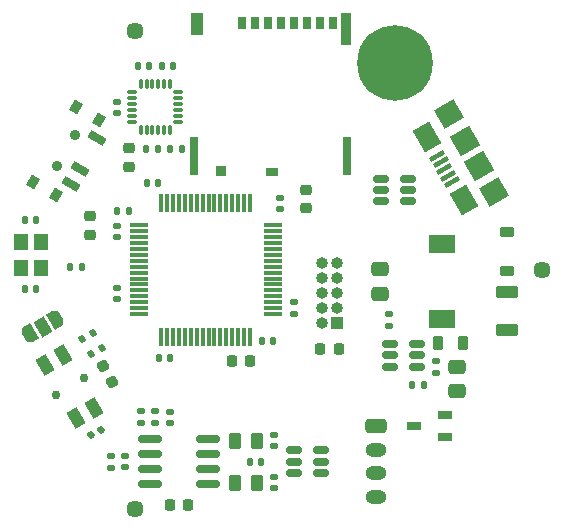
<source format=gbr>
%TF.GenerationSoftware,KiCad,Pcbnew,7.0.5*%
%TF.CreationDate,2023-08-12T02:06:38+02:00*%
%TF.ProjectId,STM32F4_HexGauge_V3,53544d33-3246-4345-9f48-657847617567,rev?*%
%TF.SameCoordinates,Original*%
%TF.FileFunction,Soldermask,Top*%
%TF.FilePolarity,Negative*%
%FSLAX46Y46*%
G04 Gerber Fmt 4.6, Leading zero omitted, Abs format (unit mm)*
G04 Created by KiCad (PCBNEW 7.0.5) date 2023-08-12 02:06:38*
%MOMM*%
%LPD*%
G01*
G04 APERTURE LIST*
G04 Aperture macros list*
%AMRoundRect*
0 Rectangle with rounded corners*
0 $1 Rounding radius*
0 $2 $3 $4 $5 $6 $7 $8 $9 X,Y pos of 4 corners*
0 Add a 4 corners polygon primitive as box body*
4,1,4,$2,$3,$4,$5,$6,$7,$8,$9,$2,$3,0*
0 Add four circle primitives for the rounded corners*
1,1,$1+$1,$2,$3*
1,1,$1+$1,$4,$5*
1,1,$1+$1,$6,$7*
1,1,$1+$1,$8,$9*
0 Add four rect primitives between the rounded corners*
20,1,$1+$1,$2,$3,$4,$5,0*
20,1,$1+$1,$4,$5,$6,$7,0*
20,1,$1+$1,$6,$7,$8,$9,0*
20,1,$1+$1,$8,$9,$2,$3,0*%
%AMRotRect*
0 Rectangle, with rotation*
0 The origin of the aperture is its center*
0 $1 length*
0 $2 width*
0 $3 Rotation angle, in degrees counterclockwise*
0 Add horizontal line*
21,1,$1,$2,0,0,$3*%
%AMFreePoly0*
4,1,19,0.550000,-0.750000,0.000000,-0.750000,-0.000001,-0.744911,-0.071157,-0.744911,-0.207708,-0.704817,-0.327430,-0.627875,-0.420627,-0.520320,-0.479746,-0.390866,-0.500000,-0.250000,-0.500000,0.250000,-0.479746,0.390866,-0.420627,0.520320,-0.327430,0.627875,-0.207707,0.704816,-0.071157,0.744911,0.000001,0.744911,0.000000,0.750000,0.550000,0.750000,0.550000,-0.750000,0.550000,-0.750000,
$1*%
%AMFreePoly1*
4,1,19,0.000001,0.744911,0.071157,0.744911,0.207708,0.704817,0.327430,0.627875,0.420627,0.520320,0.479746,0.390866,0.500000,0.250000,0.500000,-0.250000,0.479746,-0.390866,0.420627,-0.520320,0.327430,-0.627875,0.207707,-0.704816,0.071157,-0.744911,-0.000001,-0.744911,0.000000,-0.750000,-0.550000,-0.750000,-0.550000,0.750000,0.000000,0.750000,0.000001,0.744911,0.000001,0.744911,
$1*%
G04 Aperture macros list end*
%ADD10RotRect,0.400000X1.350000X120.000000*%
%ADD11RotRect,1.600000X2.100000X210.000000*%
%ADD12RotRect,1.800000X1.900000X120.000000*%
%ADD13RotRect,1.900000X1.900000X120.000000*%
%ADD14RoundRect,0.140000X0.140000X0.170000X-0.140000X0.170000X-0.140000X-0.170000X0.140000X-0.170000X0*%
%ADD15RoundRect,0.250000X-0.475000X0.337500X-0.475000X-0.337500X0.475000X-0.337500X0.475000X0.337500X0*%
%ADD16C,1.448000*%
%ADD17RoundRect,0.140000X-0.170000X0.140000X-0.170000X-0.140000X0.170000X-0.140000X0.170000X0.140000X0*%
%ADD18RoundRect,0.135000X-0.185000X0.135000X-0.185000X-0.135000X0.185000X-0.135000X0.185000X0.135000X0*%
%ADD19C,0.800000*%
%ADD20C,6.400000*%
%ADD21RoundRect,0.135000X0.024413X0.227715X-0.209413X0.092715X-0.024413X-0.227715X0.209413X-0.092715X0*%
%ADD22FreePoly0,30.000000*%
%ADD23RotRect,1.000000X1.500000X30.000000*%
%ADD24FreePoly1,30.000000*%
%ADD25RoundRect,0.135000X-0.135000X-0.185000X0.135000X-0.185000X0.135000X0.185000X-0.135000X0.185000X0*%
%ADD26RoundRect,0.250000X-0.650000X0.350000X-0.650000X-0.350000X0.650000X-0.350000X0.650000X0.350000X0*%
%ADD27O,1.800000X1.200000*%
%ADD28RoundRect,0.135000X0.185000X-0.135000X0.185000X0.135000X-0.185000X0.135000X-0.185000X-0.135000X0*%
%ADD29R,1.200000X1.400000*%
%ADD30RoundRect,0.218750X0.218750X0.256250X-0.218750X0.256250X-0.218750X-0.256250X0.218750X-0.256250X0*%
%ADD31RoundRect,0.250000X0.262500X0.450000X-0.262500X0.450000X-0.262500X-0.450000X0.262500X-0.450000X0*%
%ADD32RoundRect,0.225000X0.375000X-0.225000X0.375000X0.225000X-0.375000X0.225000X-0.375000X-0.225000X0*%
%ADD33RoundRect,0.250000X0.700000X-0.275000X0.700000X0.275000X-0.700000X0.275000X-0.700000X-0.275000X0*%
%ADD34RoundRect,0.225000X-0.250000X0.225000X-0.250000X-0.225000X0.250000X-0.225000X0.250000X0.225000X0*%
%ADD35R,1.000000X1.000000*%
%ADD36O,1.000000X1.000000*%
%ADD37RoundRect,0.150000X-0.512500X-0.150000X0.512500X-0.150000X0.512500X0.150000X-0.512500X0.150000X0*%
%ADD38RoundRect,0.140000X-0.140000X-0.170000X0.140000X-0.170000X0.140000X0.170000X-0.140000X0.170000X0*%
%ADD39RoundRect,0.150000X-0.825000X-0.150000X0.825000X-0.150000X0.825000X0.150000X-0.825000X0.150000X0*%
%ADD40RoundRect,0.135000X0.135000X0.185000X-0.135000X0.185000X-0.135000X-0.185000X0.135000X-0.185000X0*%
%ADD41RoundRect,0.140000X0.170000X-0.140000X0.170000X0.140000X-0.170000X0.140000X-0.170000X-0.140000X0*%
%ADD42C,0.750000*%
%ADD43RotRect,1.550000X1.000000X300.000000*%
%ADD44RoundRect,0.225000X-0.329006X0.069856X-0.104006X-0.319856X0.329006X-0.069856X0.104006X0.319856X0*%
%ADD45RotRect,1.000000X0.800000X240.000000*%
%ADD46C,0.900000*%
%ADD47RotRect,0.700000X1.500000X240.000000*%
%ADD48RoundRect,0.140000X0.036244X0.217224X-0.206244X0.077224X-0.036244X-0.217224X0.206244X-0.077224X0*%
%ADD49RoundRect,0.075000X0.350000X0.075000X-0.350000X0.075000X-0.350000X-0.075000X0.350000X-0.075000X0*%
%ADD50RoundRect,0.075000X-0.075000X0.350000X-0.075000X-0.350000X0.075000X-0.350000X0.075000X0.350000X0*%
%ADD51RoundRect,0.075000X-0.700000X-0.075000X0.700000X-0.075000X0.700000X0.075000X-0.700000X0.075000X0*%
%ADD52RoundRect,0.075000X-0.075000X-0.700000X0.075000X-0.700000X0.075000X0.700000X-0.075000X0.700000X0*%
%ADD53R,0.700000X1.100000*%
%ADD54R,0.900000X0.930000*%
%ADD55R,1.050000X0.780000*%
%ADD56R,0.700000X3.330000*%
%ADD57R,0.860000X2.800000*%
%ADD58R,1.140000X1.830000*%
%ADD59RoundRect,0.225000X-0.225000X-0.250000X0.225000X-0.250000X0.225000X0.250000X-0.225000X0.250000X0*%
%ADD60R,2.200000X1.500000*%
%ADD61R,1.220000X0.650000*%
%ADD62RoundRect,0.225000X0.250000X-0.225000X0.250000X0.225000X-0.250000X0.225000X-0.250000X-0.225000X0*%
%ADD63RoundRect,0.218750X0.218750X0.381250X-0.218750X0.381250X-0.218750X-0.381250X0.218750X-0.381250X0*%
%ADD64RoundRect,0.250000X-0.262500X-0.450000X0.262500X-0.450000X0.262500X0.450000X-0.262500X0.450000X0*%
G04 APERTURE END LIST*
D10*
%TO.C,J1*%
X137295000Y-76432916D03*
X136970000Y-75870000D03*
X136645000Y-75307083D03*
X136320000Y-74744166D03*
X135995000Y-74181250D03*
D11*
X138303253Y-77929262D03*
X135203253Y-72559904D03*
D12*
X140861618Y-77260480D03*
X137061618Y-70678686D03*
D13*
X139561618Y-75008813D03*
X138361618Y-72930353D03*
%TD*%
D14*
%TO.C,C19*%
X113650000Y-66570000D03*
X112690000Y-66570000D03*
%TD*%
D15*
%TO.C,C15*%
X131170000Y-83798500D03*
X131170000Y-85873500D03*
%TD*%
D16*
%TO.C,H3*%
X110420000Y-63630000D03*
%TD*%
D17*
%TO.C,C21*%
X122189000Y-97818000D03*
X122189000Y-98778000D03*
%TD*%
D18*
%TO.C,R14*%
X108400000Y-99590000D03*
X108400000Y-100610000D03*
%TD*%
D19*
%TO.C,H2*%
X130020000Y-66320000D03*
X130722944Y-64622944D03*
X130722944Y-68017056D03*
X132420000Y-63920000D03*
D20*
X132420000Y-66320000D03*
D19*
X132420000Y-68720000D03*
X134117056Y-64622944D03*
X134117056Y-68017056D03*
X134820000Y-66320000D03*
%TD*%
D21*
%TO.C,R1*%
X106867673Y-89153000D03*
X105984327Y-89663000D03*
%TD*%
D22*
%TO.C,JP1*%
X101490167Y-89296000D03*
D23*
X102616000Y-88646000D03*
D24*
X103741833Y-87996000D03*
%TD*%
D25*
%TO.C,R4*%
X104900000Y-83570000D03*
X105920000Y-83570000D03*
%TD*%
D26*
%TO.C,J4*%
X130881000Y-97076000D03*
D27*
X130881000Y-99076000D03*
X130881000Y-101076000D03*
X130881000Y-103076000D03*
%TD*%
D18*
%TO.C,R16*%
X112170000Y-95810000D03*
X112170000Y-96830000D03*
%TD*%
D28*
%TO.C,R5*%
X123920000Y-87580000D03*
X123920000Y-86560000D03*
%TD*%
D16*
%TO.C,H5*%
X110420000Y-104070000D03*
%TD*%
D21*
%TO.C,R3*%
X107629673Y-90423000D03*
X106746327Y-90933000D03*
%TD*%
D29*
%TO.C,Y1*%
X102450000Y-83650000D03*
X102450000Y-81450000D03*
X100750000Y-81450000D03*
X100750000Y-83650000D03*
%TD*%
D30*
%TO.C,D1*%
X127707500Y-90570000D03*
X126132500Y-90570000D03*
%TD*%
D31*
%TO.C,R13*%
X120753500Y-98298000D03*
X118928500Y-98298000D03*
%TD*%
D32*
%TO.C,D2*%
X141920000Y-83970000D03*
X141920000Y-80670000D03*
%TD*%
D33*
%TO.C,F1*%
X141920000Y-88895000D03*
X141920000Y-85745000D03*
%TD*%
D34*
%TO.C,C1*%
X106670000Y-79295000D03*
X106670000Y-80845000D03*
%TD*%
D35*
%TO.C,J5*%
X127545000Y-88370000D03*
D36*
X126275000Y-88370000D03*
X127545000Y-87100000D03*
X126275000Y-87100000D03*
X127545000Y-85830000D03*
X126275000Y-85830000D03*
X127545000Y-84560000D03*
X126275000Y-84560000D03*
X127545000Y-83290000D03*
X126275000Y-83290000D03*
%TD*%
D14*
%TO.C,C11*%
X102080000Y-85420000D03*
X101120000Y-85420000D03*
%TD*%
D37*
%TO.C,U2*%
X132032500Y-90120000D03*
X132032500Y-91070000D03*
X132032500Y-92020000D03*
X134307500Y-92020000D03*
X134307500Y-91070000D03*
X134307500Y-90120000D03*
%TD*%
D15*
%TO.C,C14*%
X137670000Y-92032500D03*
X137670000Y-94107500D03*
%TD*%
D38*
%TO.C,C10*%
X101120000Y-79620000D03*
X102080000Y-79620000D03*
%TD*%
D17*
%TO.C,C23*%
X122174000Y-101374000D03*
X122174000Y-102334000D03*
%TD*%
D37*
%TO.C,U4*%
X123910500Y-99126000D03*
X123910500Y-100076000D03*
X123910500Y-101026000D03*
X126185500Y-101026000D03*
X126185500Y-100076000D03*
X126185500Y-99126000D03*
%TD*%
D38*
%TO.C,C5*%
X121190000Y-89820000D03*
X122150000Y-89820000D03*
%TD*%
D39*
%TO.C,U3*%
X111698000Y-98171000D03*
X111698000Y-99441000D03*
X111698000Y-100711000D03*
X111698000Y-101981000D03*
X116648000Y-101981000D03*
X116648000Y-100711000D03*
X116648000Y-99441000D03*
X116648000Y-98171000D03*
%TD*%
D25*
%TO.C,R2*%
X108910000Y-78820000D03*
X109930000Y-78820000D03*
%TD*%
D40*
%TO.C,R18*%
X134930000Y-93570000D03*
X133910000Y-93570000D03*
%TD*%
D41*
%TO.C,C16*%
X131920000Y-88550000D03*
X131920000Y-87590000D03*
%TD*%
D42*
%TO.C,SW1*%
X103711215Y-94409500D03*
X106092785Y-93034500D03*
D43*
X105478378Y-96420317D03*
X102853378Y-91873683D03*
X106950622Y-95570317D03*
X104325622Y-91023683D03*
%TD*%
D16*
%TO.C,H4*%
X144920000Y-83820000D03*
%TD*%
D44*
%TO.C,C8*%
X107732500Y-91948830D03*
X108507500Y-93291170D03*
%TD*%
D34*
%TO.C,C26*%
X109920000Y-73545000D03*
X109920000Y-75095000D03*
%TD*%
D41*
%TO.C,C7*%
X108920000Y-86300000D03*
X108920000Y-85340000D03*
%TD*%
D38*
%TO.C,C22*%
X120170000Y-100076000D03*
X121130000Y-100076000D03*
%TD*%
D41*
%TO.C,C24*%
X113420000Y-96800000D03*
X113420000Y-95840000D03*
%TD*%
D45*
%TO.C,SW2*%
X107402500Y-71143007D03*
X105488584Y-70038007D03*
D46*
X105366212Y-72449962D03*
X103866212Y-75048038D03*
D45*
X103752500Y-77464993D03*
X101838584Y-76359993D03*
D47*
X107265416Y-72680443D03*
X105765416Y-75278519D03*
X105015416Y-76577557D03*
%TD*%
D41*
%TO.C,C18*%
X109601000Y-100556000D03*
X109601000Y-99596000D03*
%TD*%
%TO.C,C6*%
X122682000Y-78712000D03*
X122682000Y-77752000D03*
%TD*%
D48*
%TO.C,C9*%
X107535692Y-97380000D03*
X106704308Y-97860000D03*
%TD*%
D49*
%TO.C,U5*%
X114120000Y-71320000D03*
X114120000Y-70820000D03*
X114120000Y-70320000D03*
X114120000Y-69820000D03*
X114120000Y-69320000D03*
X114120000Y-68820000D03*
D50*
X113420000Y-68120000D03*
X112920000Y-68120000D03*
X112420000Y-68120000D03*
X111920000Y-68120000D03*
X111420000Y-68120000D03*
X110920000Y-68120000D03*
D49*
X110220000Y-68820000D03*
X110220000Y-69320000D03*
X110220000Y-69820000D03*
X110220000Y-70320000D03*
X110220000Y-70820000D03*
X110220000Y-71320000D03*
D50*
X110920000Y-72020000D03*
X111420000Y-72020000D03*
X111920000Y-72020000D03*
X112420000Y-72020000D03*
X112920000Y-72020000D03*
X113420000Y-72020000D03*
%TD*%
D51*
%TO.C,U1*%
X110745000Y-80070000D03*
X110745000Y-80570000D03*
X110745000Y-81070000D03*
X110745000Y-81570000D03*
X110745000Y-82070000D03*
X110745000Y-82570000D03*
X110745000Y-83070000D03*
X110745000Y-83570000D03*
X110745000Y-84070000D03*
X110745000Y-84570000D03*
X110745000Y-85070000D03*
X110745000Y-85570000D03*
X110745000Y-86070000D03*
X110745000Y-86570000D03*
X110745000Y-87070000D03*
X110745000Y-87570000D03*
D52*
X112670000Y-89495000D03*
X113170000Y-89495000D03*
X113670000Y-89495000D03*
X114170000Y-89495000D03*
X114670000Y-89495000D03*
X115170000Y-89495000D03*
X115670000Y-89495000D03*
X116170000Y-89495000D03*
X116670000Y-89495000D03*
X117170000Y-89495000D03*
X117670000Y-89495000D03*
X118170000Y-89495000D03*
X118670000Y-89495000D03*
X119170000Y-89495000D03*
X119670000Y-89495000D03*
X120170000Y-89495000D03*
D51*
X122095000Y-87570000D03*
X122095000Y-87070000D03*
X122095000Y-86570000D03*
X122095000Y-86070000D03*
X122095000Y-85570000D03*
X122095000Y-85070000D03*
X122095000Y-84570000D03*
X122095000Y-84070000D03*
X122095000Y-83570000D03*
X122095000Y-83070000D03*
X122095000Y-82570000D03*
X122095000Y-82070000D03*
X122095000Y-81570000D03*
X122095000Y-81070000D03*
X122095000Y-80570000D03*
X122095000Y-80070000D03*
D52*
X120170000Y-78145000D03*
X119670000Y-78145000D03*
X119170000Y-78145000D03*
X118670000Y-78145000D03*
X118170000Y-78145000D03*
X117670000Y-78145000D03*
X117170000Y-78145000D03*
X116670000Y-78145000D03*
X116170000Y-78145000D03*
X115670000Y-78145000D03*
X115170000Y-78145000D03*
X114670000Y-78145000D03*
X114170000Y-78145000D03*
X113670000Y-78145000D03*
X113170000Y-78145000D03*
X112670000Y-78145000D03*
%TD*%
D53*
%TO.C,J3*%
X119540000Y-62970000D03*
X120640000Y-62970000D03*
X121740000Y-62970000D03*
X122840000Y-62970000D03*
X123940000Y-62970000D03*
X125040000Y-62970000D03*
X126140000Y-62970000D03*
X127240000Y-62970000D03*
D54*
X117750000Y-75435000D03*
D55*
X122015000Y-75510000D03*
D56*
X128400000Y-74235000D03*
D57*
X128320000Y-63470000D03*
D58*
X115660000Y-62985000D03*
D56*
X115440000Y-74235000D03*
%TD*%
D25*
%TO.C,R7*%
X113410000Y-73570000D03*
X114430000Y-73570000D03*
%TD*%
D40*
%TO.C,R6*%
X112430000Y-73570000D03*
X111410000Y-73570000D03*
%TD*%
D59*
%TO.C,C17*%
X113398000Y-103759000D03*
X114948000Y-103759000D03*
%TD*%
D18*
%TO.C,R12*%
X110920000Y-95810000D03*
X110920000Y-96830000D03*
%TD*%
D60*
%TO.C,L1*%
X136398000Y-88036000D03*
X136398000Y-81636000D03*
%TD*%
D14*
%TO.C,C25*%
X111650000Y-66570000D03*
X110690000Y-66570000D03*
%TD*%
D61*
%TO.C,Q1*%
X136710000Y-98020000D03*
X136710000Y-96120000D03*
X134090000Y-97070000D03*
%TD*%
D38*
%TO.C,C3*%
X111440000Y-76520000D03*
X112400000Y-76520000D03*
%TD*%
D62*
%TO.C,C13*%
X124920000Y-78595000D03*
X124920000Y-77045000D03*
%TD*%
D18*
%TO.C,R10*%
X135920000Y-91560000D03*
X135920000Y-92580000D03*
%TD*%
D17*
%TO.C,C2*%
X108920000Y-80090000D03*
X108920000Y-81050000D03*
%TD*%
D59*
%TO.C,C12*%
X118645000Y-91520000D03*
X120195000Y-91520000D03*
%TD*%
D17*
%TO.C,C20*%
X108920000Y-69590000D03*
X108920000Y-70550000D03*
%TD*%
D14*
%TO.C,C4*%
X113400000Y-91320000D03*
X112440000Y-91320000D03*
%TD*%
D63*
%TO.C,FB1*%
X138232500Y-90070000D03*
X136107500Y-90070000D03*
%TD*%
D37*
%TO.C,U6*%
X131282500Y-76120000D03*
X131282500Y-77070000D03*
X131282500Y-78020000D03*
X133557500Y-78020000D03*
X133557500Y-77070000D03*
X133557500Y-76120000D03*
%TD*%
D64*
%TO.C,R15*%
X118948500Y-101854000D03*
X120773500Y-101854000D03*
%TD*%
M02*

</source>
